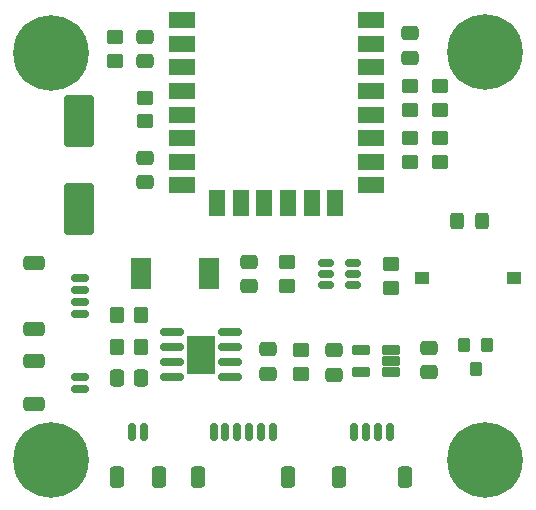
<source format=gbr>
%TF.GenerationSoftware,KiCad,Pcbnew,9.0.6-9.0.6~ubuntu22.04.1*%
%TF.CreationDate,2026-01-04T20:59:47+05:30*%
%TF.ProjectId,TWIN_NODE,5457494e-5f4e-44f4-9445-2e6b69636164,rev?*%
%TF.SameCoordinates,Original*%
%TF.FileFunction,Soldermask,Top*%
%TF.FilePolarity,Negative*%
%FSLAX46Y46*%
G04 Gerber Fmt 4.6, Leading zero omitted, Abs format (unit mm)*
G04 Created by KiCad (PCBNEW 9.0.6-9.0.6~ubuntu22.04.1) date 2026-01-04 20:59:47*
%MOMM*%
%LPD*%
G01*
G04 APERTURE LIST*
G04 Aperture macros list*
%AMRoundRect*
0 Rectangle with rounded corners*
0 $1 Rounding radius*
0 $2 $3 $4 $5 $6 $7 $8 $9 X,Y pos of 4 corners*
0 Add a 4 corners polygon primitive as box body*
4,1,4,$2,$3,$4,$5,$6,$7,$8,$9,$2,$3,0*
0 Add four circle primitives for the rounded corners*
1,1,$1+$1,$2,$3*
1,1,$1+$1,$4,$5*
1,1,$1+$1,$6,$7*
1,1,$1+$1,$8,$9*
0 Add four rect primitives between the rounded corners*
20,1,$1+$1,$2,$3,$4,$5,0*
20,1,$1+$1,$4,$5,$6,$7,0*
20,1,$1+$1,$6,$7,$8,$9,0*
20,1,$1+$1,$8,$9,$2,$3,0*%
G04 Aperture macros list end*
%ADD10C,0.800000*%
%ADD11C,6.400000*%
%ADD12RoundRect,0.250000X0.450000X-0.350000X0.450000X0.350000X-0.450000X0.350000X-0.450000X-0.350000X0*%
%ADD13RoundRect,0.250000X0.475000X-0.337500X0.475000X0.337500X-0.475000X0.337500X-0.475000X-0.337500X0*%
%ADD14RoundRect,0.075500X-0.806500X-0.226500X0.806500X-0.226500X0.806500X0.226500X-0.806500X0.226500X0*%
%ADD15RoundRect,0.150000X-0.150000X-0.625000X0.150000X-0.625000X0.150000X0.625000X-0.150000X0.625000X0*%
%ADD16RoundRect,0.250000X-0.350000X-0.650000X0.350000X-0.650000X0.350000X0.650000X-0.350000X0.650000X0*%
%ADD17RoundRect,0.150000X-0.825000X-0.150000X0.825000X-0.150000X0.825000X0.150000X-0.825000X0.150000X0*%
%ADD18R,2.410000X3.300000*%
%ADD19RoundRect,0.250000X-0.475000X0.337500X-0.475000X-0.337500X0.475000X-0.337500X0.475000X0.337500X0*%
%ADD20RoundRect,0.250000X0.350000X0.450000X-0.350000X0.450000X-0.350000X-0.450000X0.350000X-0.450000X0*%
%ADD21RoundRect,0.250000X-0.450000X0.350000X-0.450000X-0.350000X0.450000X-0.350000X0.450000X0.350000X0*%
%ADD22RoundRect,0.150000X-0.625000X0.150000X-0.625000X-0.150000X0.625000X-0.150000X0.625000X0.150000X0*%
%ADD23RoundRect,0.250000X-0.650000X0.350000X-0.650000X-0.350000X0.650000X-0.350000X0.650000X0.350000X0*%
%ADD24RoundRect,0.250000X0.337500X0.475000X-0.337500X0.475000X-0.337500X-0.475000X0.337500X-0.475000X0*%
%ADD25RoundRect,0.250000X1.000000X-1.950000X1.000000X1.950000X-1.000000X1.950000X-1.000000X-1.950000X0*%
%ADD26RoundRect,0.250000X-0.325000X-0.450000X0.325000X-0.450000X0.325000X0.450000X-0.325000X0.450000X0*%
%ADD27RoundRect,0.102000X-1.000000X-0.600000X1.000000X-0.600000X1.000000X0.600000X-1.000000X0.600000X0*%
%ADD28RoundRect,0.102000X-0.600000X-1.000000X0.600000X-1.000000X0.600000X1.000000X-0.600000X1.000000X0*%
%ADD29RoundRect,0.102000X0.625000X0.325000X-0.625000X0.325000X-0.625000X-0.325000X0.625000X-0.325000X0*%
%ADD30R,1.250000X1.000000*%
%ADD31RoundRect,0.102000X-0.401000X0.486000X-0.401000X-0.486000X0.401000X-0.486000X0.401000X0.486000X0*%
%ADD32RoundRect,0.150000X0.512500X0.150000X-0.512500X0.150000X-0.512500X-0.150000X0.512500X-0.150000X0*%
G04 APERTURE END LIST*
D10*
%TO.C,H1*%
X141600000Y-66800000D03*
X142302944Y-65102944D03*
X142302944Y-68497056D03*
X144000000Y-64400000D03*
D11*
X144000000Y-66800000D03*
D10*
X144000000Y-69200000D03*
X145697056Y-65102944D03*
X145697056Y-68497056D03*
X146400000Y-66800000D03*
%TD*%
D12*
%TO.C,R4*%
X164060000Y-86500000D03*
X164060000Y-84500000D03*
%TD*%
D10*
%TO.C,H2*%
X178399315Y-66762500D03*
X179102259Y-65065444D03*
X179102259Y-68459556D03*
X180799315Y-64362500D03*
D11*
X180799315Y-66762500D03*
D10*
X180799315Y-69162500D03*
X182496371Y-65065444D03*
X182496371Y-68459556D03*
X183199315Y-66762500D03*
%TD*%
D13*
%TO.C,C4*%
X152000000Y-77752500D03*
X152000000Y-75677500D03*
%TD*%
D14*
%TO.C,Q1*%
X151620000Y-84467500D03*
X151620000Y-85117500D03*
X151620000Y-85767500D03*
X151620000Y-86417500D03*
X157380000Y-86417500D03*
X157380000Y-85767500D03*
X157380000Y-85117500D03*
X157380000Y-84467500D03*
%TD*%
D15*
%TO.C,J3*%
X150900000Y-98875000D03*
X151900000Y-98875000D03*
D16*
X149600000Y-102750000D03*
X153200000Y-102750000D03*
%TD*%
D17*
%TO.C,U2*%
X154250000Y-90452500D03*
X154250000Y-91722500D03*
X154250000Y-92992500D03*
X154250000Y-94262500D03*
X159200000Y-94262500D03*
X159200000Y-92992500D03*
X159200000Y-91722500D03*
X159200000Y-90452500D03*
D18*
X156725000Y-92357500D03*
%TD*%
D19*
%TO.C,C6*%
X152000000Y-65425000D03*
X152000000Y-67500000D03*
%TD*%
D12*
%TO.C,R10*%
X165200000Y-93962500D03*
X165200000Y-91962500D03*
%TD*%
%TO.C,R11*%
X172800000Y-86667500D03*
X172800000Y-84667500D03*
%TD*%
%TO.C,R9*%
X174400000Y-71600000D03*
X174400000Y-69600000D03*
%TD*%
D20*
%TO.C,R1*%
X151625000Y-91666250D03*
X149625000Y-91666250D03*
%TD*%
D12*
%TO.C,R3*%
X174400000Y-76000000D03*
X174400000Y-74000000D03*
%TD*%
D21*
%TO.C,R7*%
X149475000Y-65475000D03*
X149475000Y-67475000D03*
%TD*%
D22*
%TO.C,J4*%
X146500000Y-85890000D03*
X146500000Y-86890000D03*
X146500000Y-87890000D03*
X146500000Y-88890000D03*
D23*
X142625000Y-84590000D03*
X142625000Y-90190000D03*
%TD*%
D24*
%TO.C,C1*%
X151692500Y-94362500D03*
X149617500Y-94362500D03*
%TD*%
D13*
%TO.C,C8*%
X168000000Y-94037500D03*
X168000000Y-91962500D03*
%TD*%
D19*
%TO.C,C5*%
X160760000Y-84492500D03*
X160760000Y-86567500D03*
%TD*%
D10*
%TO.C,H3*%
X178399315Y-101237500D03*
X179102259Y-99540444D03*
X179102259Y-102934556D03*
X180799315Y-98837500D03*
D11*
X180799315Y-101237500D03*
D10*
X180799315Y-103637500D03*
X182496371Y-99540444D03*
X182496371Y-102934556D03*
X183199315Y-101237500D03*
%TD*%
D15*
%TO.C,J1*%
X157800000Y-98875000D03*
X158800000Y-98875000D03*
X159800000Y-98875000D03*
X160800000Y-98875000D03*
X161800000Y-98875000D03*
X162800000Y-98875000D03*
D16*
X156500000Y-102750000D03*
X164100000Y-102750000D03*
%TD*%
D20*
%TO.C,R2*%
X151625000Y-89000000D03*
X149625000Y-89000000D03*
%TD*%
D25*
%TO.C,C3*%
X146400000Y-80000000D03*
X146400000Y-72600000D03*
%TD*%
D10*
%TO.C,H4*%
X141600000Y-101275000D03*
X142302944Y-99577944D03*
X142302944Y-102972056D03*
X144000000Y-98875000D03*
D11*
X144000000Y-101275000D03*
D10*
X144000000Y-103675000D03*
X145697056Y-99577944D03*
X145697056Y-102972056D03*
X146400000Y-101275000D03*
%TD*%
D21*
%TO.C,R6*%
X152000000Y-70588750D03*
X152000000Y-72588750D03*
%TD*%
D13*
%TO.C,C7*%
X174400000Y-67200000D03*
X174400000Y-65125000D03*
%TD*%
D26*
%TO.C,D1*%
X178450000Y-81067500D03*
X180500000Y-81067500D03*
%TD*%
D13*
%TO.C,C2*%
X162400000Y-93970000D03*
X162400000Y-91895000D03*
%TD*%
D19*
%TO.C,C9*%
X176000000Y-91785000D03*
X176000000Y-93860000D03*
%TD*%
D27*
%TO.C,U1*%
X155100000Y-64020000D03*
X155100000Y-66020000D03*
X155100000Y-68020000D03*
X155100000Y-70020000D03*
X155100000Y-72020000D03*
X155100000Y-74020000D03*
X155100000Y-76020000D03*
X155100000Y-78020000D03*
D28*
X158100000Y-79500000D03*
X160100000Y-79500000D03*
X162100000Y-79500000D03*
X164100000Y-79500000D03*
X166100000Y-79500000D03*
X168100000Y-79500000D03*
D27*
X171100000Y-78020000D03*
X171100000Y-76020000D03*
X171100000Y-74020000D03*
X171100000Y-72020000D03*
X171100000Y-70020000D03*
X171100000Y-68020000D03*
X171100000Y-66020000D03*
X171100000Y-64020000D03*
%TD*%
D12*
%TO.C,R8*%
X177000000Y-71600000D03*
X177000000Y-69600000D03*
%TD*%
D21*
%TO.C,R5*%
X177000000Y-74000000D03*
X177000000Y-76000000D03*
%TD*%
D29*
%TO.C,IC1*%
X172800000Y-93842500D03*
X172800000Y-92902500D03*
X172800000Y-91962500D03*
X170300000Y-91962500D03*
X170300000Y-93842500D03*
%TD*%
D15*
%TO.C,J2*%
X169700000Y-98875000D03*
X170700000Y-98875000D03*
X171700000Y-98875000D03*
X172700000Y-98875000D03*
D16*
X168400000Y-102750000D03*
X174000000Y-102750000D03*
%TD*%
D22*
%TO.C,J5*%
X146500000Y-94230000D03*
X146500000Y-95230000D03*
D23*
X142625000Y-92930000D03*
X142625000Y-96530000D03*
%TD*%
D30*
%TO.C,SW1*%
X175450000Y-85867500D03*
X183200000Y-85867500D03*
%TD*%
D31*
%TO.C,T1*%
X180965200Y-91530500D03*
X179034800Y-91530500D03*
X180000000Y-93562500D03*
%TD*%
D32*
%TO.C,U3*%
X169567500Y-86467500D03*
X169567500Y-85517500D03*
X169567500Y-84567500D03*
X167292500Y-84567500D03*
X167292500Y-85517500D03*
X167292500Y-86467500D03*
%TD*%
M02*

</source>
